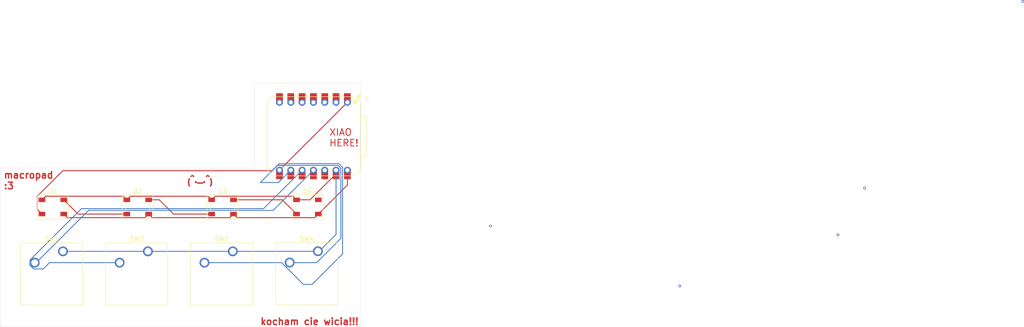
<source format=kicad_pcb>
(kicad_pcb (version 20241229) (generator "pcbnew") (generator_version "9.0")
  (layers (0 "F.Cu" signal) (2 "B.Cu" signal) (13 "F.Paste" user) (15 "B.Paste" user) (5 "F.SilkS" user "F.Silkscreen") (7 "B.SilkS" user "B.Silkscreen") (1 "F.Mask" user) (3 "B.Mask" user) (25 "Edge.Cuts" user))
  (net 0 "")
  (net 1 "+5V")
  (net 2 "GND")
  (net 3 "Net-(D1-DIN)")
  (net 4 "Net-(D2-DOUT)")
  (net 5 "Net-(D3-DOUT)")
  (net 6 "Net-(U1-GPIO3{slash}MOSI)")
  (net 7 "Net-(U1-GPIO4{slash}MISO)")
  (net 8 "Net-(U1-GPIO2{slash}SCK)")
  (net 9 "Net-(U1-GPIO1{slash}RX)")
  (net 12 "Net-(J1-Pin_3)")
  (net 14 "Net-(J1-Pin_4)")
  (net 17 "Net-(D1-DOUT)")
  (footprint "LED_SMD:LED_SK6812_PLCC4_5.0x5.0mm_P3.2mm" (layer "F.Cu") (at 90.41875 49.225)
    (property "Reference" "D4" (at 0 -3.5 0) (layer "F.SilkS"))
    (property "Value" "SK6812")
    (fp_line (start -3.5 -2.3) (end -3.5 2.75) (stroke (width 0.12)) (layer "F.SilkS"))
    (fp_line (start -3.05 -2.75) (end -3.5 -2.3) (stroke (width 0.12)) (layer "F.SilkS"))
    (fp_line (start -2.7 -0.9) (end -2.7 0.9) (stroke (width 0.12)) (layer "F.SilkS"))
    (fp_line (start 2.7 -0.9) (end 2.7 0.9) (stroke (width 0.12)) (layer "F.SilkS"))
    (fp_line (start 3.5 -2.75) (end -3.05 -2.75) (stroke (width 0.12)) (layer "F.SilkS"))
    (fp_line (start 3.5 2.75) (end -3.5 2.75) (stroke (width 0.12)) (layer "F.SilkS"))
    (fp_line (start 3.5 2.75) (end 3.5 -2.75) (stroke (width 0.12)) (layer "F.SilkS"))
    (pad "1" smd rect (at -2.45 -1.6 180) (size 1.5 1) (layers "F.Cu" "F.Mask" "F.Paste") (net 2 "GND"))
    (pad "2" smd rect (at -2.45 1.6 180) (size 1.5 1) (layers "F.Cu" "F.Mask" "F.Paste") (net 5 "Net-(D3-DOUT)"))
    (pad "3" smd rect (at 2.45 1.6 180) (size 1.5 1) (layers "F.Cu" "F.Mask" "F.Paste") (net 1 "+5V"))
    (pad "4" smd rect (at 2.45 -1.6 180) (size 1.5 1) (layers "F.Cu" "F.Mask" "F.Paste"))
  )
  (footprint "tylko2420:XIAO-RP2040-DIP" (layer "F.Cu") (at 91.766691 33.328797 -90)
    (property "Reference" "U1" (at -8.5 -12 270) (layer "F.SilkS") (effects (font (size 0.635 0.635) (thickness 0.1016))))
    (property "Value" "XIAO-RP2040-DIP")
    (fp_line (start -6.985 10.414) (end 6.985 10.414) (stroke (width 0.127)) (layer "F.SilkS"))
    (fp_line (start -8.89 8.509) (end -8.89 -8.636) (stroke (width 0.127)) (layer "F.SilkS"))
    (fp_line (start 8.89 8.509) (end 8.89 -8.636) (stroke (width 0.127)) (layer "F.SilkS"))
    (fp_line (start -4.495 -10.541) (end -4.491272 -11.451272) (stroke (width 0.127)) (layer "F.SilkS"))
    (fp_line (start 6.985 -10.541) (end -6.985 -10.541) (stroke (width 0.1)) (layer "F.SilkS"))
    (fp_line (start 6.985 -10.541) (end -6.985 -10.541) (stroke (width 0.127)) (layer "F.SilkS"))
    (fp_line (start 4.504 -11.451) (end 4.504 -10.541) (stroke (width 0.127)) (layer "F.SilkS"))
    (fp_line (start -3.991272 -11.951) (end 4.004 -11.951) (stroke (width 0.127)) (layer "F.SilkS"))
    (fp_arc (start -6.985 10.414) (mid -8.332038 9.856038) (end -8.89 8.509) (stroke (width 0.127)) (layer "F.SilkS"))
    (fp_arc (start 8.89 8.509) (mid 8.332038 9.856038) (end 6.985 10.414) (stroke (width 0.127)) (layer "F.SilkS"))
    (fp_arc (start -8.89 -8.636) (mid -8.332038 -9.983038) (end -6.985 -10.541) (stroke (width 0.127)) (layer "F.SilkS"))
    (fp_arc (start 6.985 -10.541) (mid 8.332038 -9.983038) (end 8.89 -8.636) (stroke (width 0.127)) (layer "F.SilkS"))
    (fp_arc (start -4.491272 -11.451272) (mid -4.344728 -11.80464) (end -3.991272 -11.951) (stroke (width 0.127)) (layer "F.SilkS"))
    (fp_arc (start 4.004 -11.951) (mid 4.357553 -11.804553) (end 4.504 -11.451) (stroke (width 0.127)) (layer "F.SilkS"))
    (fp_circle (center -7.807 -9.42) (end -7.807 -9.674) (stroke (width 0.5)) (fill yes) (layer "F.SilkS"))
    (fp_circle (center -8.95 -10.3) (end -8.95 -10.554) (stroke (width 0.5)) (fill yes) (layer "F.SilkS"))
    (pad "1" smd roundrect (at -8.455 -7.62 90) (size 2.432 1.524) (layers "F.Cu" "F.Mask") (roundrect_rratio 0.1) (net 3 "Net-(D1-DIN)"))
    (pad "1" thru_hole circle (at -7.62 -7.62 90) (size 1.524 1.524) (drill 0.889) (layers "*.Cu" "*.Mask") (net 3 "Net-(D1-DIN)"))
    (pad "2" smd roundrect (at -8.455 -5.08 90) (size 2.432 1.524) (layers "F.Cu" "F.Mask") (roundrect_rratio 0.1))
    (pad "2" thru_hole circle (at -7.62 -5.08 90) (size 1.524 1.524) (drill 0.889) (layers "*.Cu" "*.Mask"))
    (pad "3" smd roundrect (at -8.455 -2.54 90) (size 2.432 1.524) (layers "F.Cu" "F.Mask") (roundrect_rratio 0.1))
    (pad "3" thru_hole circle (at -7.62 -2.54 90) (size 1.524 1.524) (drill 0.889) (layers "*.Cu" "*.Mask"))
    (pad "4" smd roundrect (at -8.455 0 90) (size 2.432 1.524) (layers "F.Cu" "F.Mask") (roundrect_rratio 0.1))
    (pad "4" thru_hole circle (at -7.62 0 90) (size 1.524 1.524) (drill 0.889) (layers "*.Cu" "*.Mask"))
    (pad "5" smd roundrect (at -8.455 2.54 90) (size 2.432 1.524) (layers "F.Cu" "F.Mask") (roundrect_rratio 0.1) (net 14 "Net-(J1-Pin_4)"))
    (pad "5" thru_hole circle (at -7.62 2.54 90) (size 1.524 1.524) (drill 0.889) (layers "*.Cu" "*.Mask") (net 14 "Net-(J1-Pin_4)"))
    (pad "6" smd roundrect (at -8.455 5.08 90) (size 2.432 1.524) (layers "F.Cu" "F.Mask") (roundrect_rratio 0.1) (net 12 "Net-(J1-Pin_3)"))
    (pad "6" thru_hole circle (at -7.62 5.08 90) (size 1.524 1.524) (drill 0.889) (layers "*.Cu" "*.Mask") (net 12 "Net-(J1-Pin_3)"))
    (pad "7" smd roundrect (at -8.455 7.62 90) (size 2.432 1.524) (layers "F.Cu" "F.Mask") (roundrect_rratio 0.1))
    (pad "7" thru_hole circle (at -7.62 7.62 90) (size 1.524 1.524) (drill 0.889) (layers "*.Cu" "*.Mask"))
    (pad "8" thru_hole circle (at 7.62 7.62 270) (size 1.524 1.524) (drill 0.889) (layers "*.Cu" "*.Mask") (net 9 "Net-(U1-GPIO1{slash}RX)"))
    (pad "8" smd roundrect (at 8.455 7.62 270) (size 2.432 1.524) (layers "F.Cu" "F.Mask") (roundrect_rratio 0.1) (net 9 "Net-(U1-GPIO1{slash}RX)"))
    (pad "9" thru_hole circle (at 7.62 5.08 270) (size 1.524 1.524) (drill 0.889) (layers "*.Cu" "*.Mask") (net 8 "Net-(U1-GPIO2{slash}SCK)"))
    (pad "9" smd roundrect (at 8.455 5.08 270) (size 2.432 1.524) (layers "F.Cu" "F.Mask") (roundrect_rratio 0.1) (net 8 "Net-(U1-GPIO2{slash}SCK)"))
    (pad "10" thru_hole circle (at 7.62 2.54 270) (size 1.524 1.524) (drill 0.889) (layers "*.Cu" "*.Mask") (net 7 "Net-(U1-GPIO4{slash}MISO)"))
    (pad "10" smd roundrect (at 8.455 2.54 270) (size 2.432 1.524) (layers "F.Cu" "F.Mask") (roundrect_rratio 0.1) (net 7 "Net-(U1-GPIO4{slash}MISO)"))
    (pad "11" thru_hole circle (at 7.62 0 270) (size 1.524 1.524) (drill 0.889) (layers "*.Cu" "*.Mask") (net 6 "Net-(U1-GPIO3{slash}MOSI)"))
    (pad "11" smd roundrect (at 8.455 0 270) (size 2.432 1.524) (layers "F.Cu" "F.Mask") (roundrect_rratio 0.1) (net 6 "Net-(U1-GPIO3{slash}MOSI)"))
    (pad "12" thru_hole circle (at 7.62 -2.54 270) (size 1.524 1.524) (drill 0.889) (layers "*.Cu" "*.Mask"))
    (pad "12" smd roundrect (at 8.455 -2.54 270) (size 2.432 1.524) (layers "F.Cu" "F.Mask") (roundrect_rratio 0.1))
    (pad "13" thru_hole circle (at 7.62 -5.08 270) (size 1.524 1.524) (drill 0.889) (layers "*.Cu" "*.Mask") (net 2 "GND"))
    (pad "13" smd roundrect (at 8.455 -5.08 270) (size 2.432 1.524) (layers "F.Cu" "F.Mask") (roundrect_rratio 0.1) (net 2 "GND"))
    (pad "14" thru_hole circle (at 7.62 -7.62 270) (size 1.524 1.524) (drill 0.889) (layers "*.Cu" "*.Mask") (net 1 "+5V"))
    (pad "14" smd roundrect (at 8.455 -7.62 270) (size 2.432 1.524) (layers "F.Cu" "F.Mask") (roundrect_rratio 0.1) (net 1 "+5V"))
  )
  (footprint "LED_SMD:LED_SK6812_PLCC4_5.0x5.0mm_P3.2mm" (layer "F.Cu") (at 71.36875 49.225)
    (property "Reference" "D3" (at 0 -3.5 0) (layer "F.SilkS"))
    (property "Value" "SK6812")
    (fp_line (start -3.5 -2.3) (end -3.5 2.75) (stroke (width 0.12)) (layer "F.SilkS"))
    (fp_line (start -3.05 -2.75) (end -3.5 -2.3) (stroke (width 0.12)) (layer "F.SilkS"))
    (fp_line (start -2.7 -0.9) (end -2.7 0.9) (stroke (width 0.12)) (layer "F.SilkS"))
    (fp_line (start 2.7 -0.9) (end 2.7 0.9) (stroke (width 0.12)) (layer "F.SilkS"))
    (fp_line (start 3.5 -2.75) (end -3.05 -2.75) (stroke (width 0.12)) (layer "F.SilkS"))
    (fp_line (start 3.5 2.75) (end -3.5 2.75) (stroke (width 0.12)) (layer "F.SilkS"))
    (fp_line (start 3.5 2.75) (end 3.5 -2.75) (stroke (width 0.12)) (layer "F.SilkS"))
    (pad "1" smd rect (at -2.45 -1.6 180) (size 1.5 1) (layers "F.Cu" "F.Mask" "F.Paste") (net 2 "GND"))
    (pad "2" smd rect (at -2.45 1.6 180) (size 1.5 1) (layers "F.Cu" "F.Mask" "F.Paste") (net 4 "Net-(D2-DOUT)"))
    (pad "3" smd rect (at 2.45 1.6 180) (size 1.5 1) (layers "F.Cu" "F.Mask" "F.Paste") (net 1 "+5V"))
    (pad "4" smd rect (at 2.45 -1.6 180) (size 1.5 1) (layers "F.Cu" "F.Mask" "F.Paste") (net 5 "Net-(D3-DOUT)"))
  )
  (footprint "LED_SMD:LED_SK6812_PLCC4_5.0x5.0mm_P3.2mm" (layer "F.Cu") (at 52.31875 49.225)
    (property "Reference" "D2" (at 0 -3.5 0) (layer "F.SilkS"))
    (property "Value" "SK6812")
    (fp_line (start -3.5 -2.3) (end -3.5 2.75) (stroke (width 0.12)) (layer "F.SilkS"))
    (fp_line (start -3.05 -2.75) (end -3.5 -2.3) (stroke (width 0.12)) (layer "F.SilkS"))
    (fp_line (start -2.7 -0.9) (end -2.7 0.9) (stroke (width 0.12)) (layer "F.SilkS"))
    (fp_line (start 2.7 -0.9) (end 2.7 0.9) (stroke (width 0.12)) (layer "F.SilkS"))
    (fp_line (start 3.5 -2.75) (end -3.05 -2.75) (stroke (width 0.12)) (layer "F.SilkS"))
    (fp_line (start 3.5 2.75) (end -3.5 2.75) (stroke (width 0.12)) (layer "F.SilkS"))
    (fp_line (start 3.5 2.75) (end 3.5 -2.75) (stroke (width 0.12)) (layer "F.SilkS"))
    (pad "1" smd rect (at -2.45 -1.6 180) (size 1.5 1) (layers "F.Cu" "F.Mask" "F.Paste") (net 2 "GND"))
    (pad "2" smd rect (at -2.45 1.6 180) (size 1.5 1) (layers "F.Cu" "F.Mask" "F.Paste") (net 17 "Net-(D1-DOUT)"))
    (pad "3" smd rect (at 2.45 1.6 180) (size 1.5 1) (layers "F.Cu" "F.Mask" "F.Paste") (net 1 "+5V"))
    (pad "4" smd rect (at 2.45 -1.6 180) (size 1.5 1) (layers "F.Cu" "F.Mask" "F.Paste") (net 4 "Net-(D2-DOUT)"))
  )
  (footprint "Button_Switch_Keyboard:SW_Cherry_MX_1.00u_PCB" (layer "F.Cu") (at 54.61 59.21375)
    (property "Reference" "SW2" (at -2.54 -2.794 0) (layer "F.SilkS"))
    (property "Value" "SW_Push")
    (fp_line (start -9.525 -1.905) (end 4.445 -1.905) (stroke (width 0.12)) (layer "F.SilkS"))
    (fp_line (start -9.525 12.065) (end -9.525 -1.905) (stroke (width 0.12)) (layer "F.SilkS"))
    (fp_line (start 4.445 -1.905) (end 4.445 12.065) (stroke (width 0.12)) (layer "F.SilkS"))
    (fp_line (start 4.445 12.065) (end -9.525 12.065) (stroke (width 0.12)) (layer "F.SilkS"))
    (pad "" np_thru_hole circle (at -7.62 5.08) (size 1.7 1.7) (drill 1.7) (layers "*.Cu" "*.Mask"))
    (pad "" np_thru_hole circle (at -2.54 5.08) (size 4 4) (drill 4) (layers "*.Cu" "*.Mask"))
    (pad "" np_thru_hole circle (at 2.54 5.08) (size 1.7 1.7) (drill 1.7) (layers "*.Cu" "*.Mask"))
    (pad "1" thru_hole circle (at 0 0) (size 2.2 2.2) (drill 1.5) (layers "*.Cu" "*.Mask") (net 2 "GND"))
    (pad "2" thru_hole circle (at -6.35 2.54) (size 2.2 2.2) (drill 1.5) (layers "*.Cu" "*.Mask") (net 7 "Net-(U1-GPIO4{slash}MISO)"))
  )
  (footprint "Button_Switch_Keyboard:SW_Cherry_MX_1.00u_PCB" (layer "F.Cu") (at 35.544211 59.211776)
    (property "Reference" "SW1" (at -2.54 -2.794 0) (layer "F.SilkS"))
    (property "Value" "SW_Push")
    (fp_line (start -9.525 -1.905) (end 4.445 -1.905) (stroke (width 0.12)) (layer "F.SilkS"))
    (fp_line (start -9.525 12.065) (end -9.525 -1.905) (stroke (width 0.12)) (layer "F.SilkS"))
    (fp_line (start 4.445 -1.905) (end 4.445 12.065) (stroke (width 0.12)) (layer "F.SilkS"))
    (fp_line (start 4.445 12.065) (end -9.525 12.065) (stroke (width 0.12)) (layer "F.SilkS"))
    (pad "" np_thru_hole circle (at -7.62 5.08) (size 1.7 1.7) (drill 1.7) (layers "*.Cu" "*.Mask"))
    (pad "" np_thru_hole circle (at -2.54 5.08) (size 4 4) (drill 4) (layers "*.Cu" "*.Mask"))
    (pad "" np_thru_hole circle (at 2.54 5.08) (size 1.7 1.7) (drill 1.7) (layers "*.Cu" "*.Mask"))
    (pad "1" thru_hole circle (at 0 0) (size 2.2 2.2) (drill 1.5) (layers "*.Cu" "*.Mask") (net 2 "GND"))
    (pad "2" thru_hole circle (at -6.35 2.54) (size 2.2 2.2) (drill 1.5) (layers "*.Cu" "*.Mask") (net 6 "Net-(U1-GPIO3{slash}MOSI)"))
  )
  (footprint "Button_Switch_Keyboard:SW_Cherry_MX_1.00u_PCB" (layer "F.Cu") (at 73.66 59.21375)
    (property "Reference" "SW3" (at -2.54 -2.794 0) (layer "F.SilkS"))
    (property "Value" "SW_Push")
    (fp_line (start -9.525 -1.905) (end 4.445 -1.905) (stroke (width 0.12)) (layer "F.SilkS"))
    (fp_line (start -9.525 12.065) (end -9.525 -1.905) (stroke (width 0.12)) (layer "F.SilkS"))
    (fp_line (start 4.445 -1.905) (end 4.445 12.065) (stroke (width 0.12)) (layer "F.SilkS"))
    (fp_line (start 4.445 12.065) (end -9.525 12.065) (stroke (width 0.12)) (layer "F.SilkS"))
    (pad "" np_thru_hole circle (at -7.62 5.08) (size 1.7 1.7) (drill 1.7) (layers "*.Cu" "*.Mask"))
    (pad "" np_thru_hole circle (at -2.54 5.08) (size 4 4) (drill 4) (layers "*.Cu" "*.Mask"))
    (pad "" np_thru_hole circle (at 2.54 5.08) (size 1.7 1.7) (drill 1.7) (layers "*.Cu" "*.Mask"))
    (pad "1" thru_hole circle (at 0 0) (size 2.2 2.2) (drill 1.5) (layers "*.Cu" "*.Mask") (net 2 "GND"))
    (pad "2" thru_hole circle (at -6.35 2.54) (size 2.2 2.2) (drill 1.5) (layers "*.Cu" "*.Mask") (net 8 "Net-(U1-GPIO2{slash}SCK)"))
  )
  (footprint "Button_Switch_Keyboard:SW_Cherry_MX_1.00u_PCB" (layer "F.Cu") (at 92.781993 59.186173)
    (property "Reference" "SW4" (at -2.54 -2.794 0) (layer "F.SilkS"))
    (property "Value" "SW_Push")
    (fp_line (start -9.525 -1.905) (end 4.445 -1.905) (stroke (width 0.12)) (layer "F.SilkS"))
    (fp_line (start -9.525 12.065) (end -9.525 -1.905) (stroke (width 0.12)) (layer "F.SilkS"))
    (fp_line (start 4.445 -1.905) (end 4.445 12.065) (stroke (width 0.12)) (layer "F.SilkS"))
    (fp_line (start 4.445 12.065) (end -9.525 12.065) (stroke (width 0.12)) (layer "F.SilkS"))
    (pad "" np_thru_hole circle (at -7.62 5.08) (size 1.7 1.7) (drill 1.7) (layers "*.Cu" "*.Mask"))
    (pad "" np_thru_hole circle (at -2.54 5.08) (size 4 4) (drill 4) (layers "*.Cu" "*.Mask"))
    (pad "" np_thru_hole circle (at 2.54 5.08) (size 1.7 1.7) (drill 1.7) (layers "*.Cu" "*.Mask"))
    (pad "1" thru_hole circle (at 0 0) (size 2.2 2.2) (drill 1.5) (layers "*.Cu" "*.Mask") (net 2 "GND"))
    (pad "2" thru_hole circle (at -6.35 2.54) (size 2.2 2.2) (drill 1.5) (layers "*.Cu" "*.Mask") (net 9 "Net-(U1-GPIO1{slash}RX)"))
  )
  (footprint "LED_SMD:LED_SK6812_PLCC4_5.0x5.0mm_P3.2mm" (layer "F.Cu") (at 33.26875 49.225)
    (property "Reference" "D1" (at 0 -3.5 0) (layer "F.SilkS"))
    (property "Value" "SK6812")
    (fp_line (start -3.5 -2.3) (end -3.5 2.75) (stroke (width 0.12)) (layer "F.SilkS"))
    (fp_line (start -3.05 -2.75) (end -3.5 -2.3) (stroke (width 0.12)) (layer "F.SilkS"))
    (fp_line (start -2.7 -0.9) (end -2.7 0.9) (stroke (width 0.12)) (layer "F.SilkS"))
    (fp_line (start 2.7 -0.9) (end 2.7 0.9) (stroke (width 0.12)) (layer "F.SilkS"))
    (fp_line (start 3.5 -2.75) (end -3.05 -2.75) (stroke (width 0.12)) (layer "F.SilkS"))
    (fp_line (start 3.5 2.75) (end -3.5 2.75) (stroke (width 0.12)) (layer "F.SilkS"))
    (fp_line (start 3.5 2.75) (end 3.5 -2.75) (stroke (width 0.12)) (layer "F.SilkS"))
    (pad "1" smd rect (at -2.45 -1.6 180) (size 1.5 1) (layers "F.Cu" "F.Mask" "F.Paste") (net 2 "GND"))
    (pad "2" smd rect (at -2.45 1.6 180) (size 1.5 1) (layers "F.Cu" "F.Mask" "F.Paste") (net 3 "Net-(D1-DIN)"))
    (pad "3" smd rect (at 2.45 1.6 180) (size 1.5 1) (layers "F.Cu" "F.Mask" "F.Paste") (net 1 "+5V"))
    (pad "4" smd rect (at 2.45 -1.6 180) (size 1.5 1) (layers "F.Cu" "F.Mask" "F.Paste") (net 17 "Net-(D1-DOUT)"))
  )
  (gr_poly (pts (xy 102.39375 76.2) (xy 21.43125 76.2) (xy 21.43125 40.48125) (xy 78.58125 40.48125) (xy 78.58125 21.43125) (xy 102.39375 21.43125) (xy 102.39375 26.19375)) (stroke (width 0.05)) (fill no) (layer "Edge.Cuts"))
  (gr_text " ₍^._.^₎" (at 62.110485 43.909728 0) (layer "F.Cu") (effects (font (size 1.5 1.5) (thickness 0.3) (bold yes)) (justify left bottom)))
  (gr_text "kocham cie wicia!!!" (at 79.725953 75.868694 0) (layer "F.Cu") (effects (font (size 1.5 1.5) (thickness 0.3) (bold yes)) (justify left bottom)))
  (gr_text "XIAO\nHERE!" (at 95.25 35.71875 0) (layer "F.Cu") (effects (font (size 1.5 1.5) (thickness 0.1875)) (justify left bottom)))
  (gr_text "macropad\n:3" (at 22.126411 45.347293 0) (layer "F.Cu") (effects (font (size 1.5 1.5) (thickness 0.3) (bold yes)) (justify left bottom)))
  (via (at 174 67) (size 0.6) (drill 0.3) (layers "F.Cu" "B.Cu") (net 0))
  (via (at 131.5 53.5) (size 0.6) (drill 0.3) (layers "F.Cu" "B.Cu") (net 0))
  (via (at 215.5 45) (size 0.6) (drill 0.3) (layers "F.Cu" "B.Cu") (net 0))
  (via (at 251 3) (size 0.6) (drill 0.3) (layers "F.Cu" "B.Cu") (net 0))
  (via (at 209.5 55.5) (size 0.6) (drill 0.3) (layers "F.Cu" "B.Cu") (net 0))
  (segment (start 74.61975 51.626) (end 92.06775 51.626) (width 0.2) (layer "F.Cu") (net 1))
  (segment (start 53.96775 51.626) (end 54.76875 50.825) (width 0.2) (layer "F.Cu") (net 1))
  (segment (start 35.71875 50.825) (end 36.51975 51.626) (width 0.2) (layer "F.Cu") (net 1))
  (segment (start 92.06775 51.626) (end 92.86875 50.825) (width 0.2) (layer "F.Cu") (net 1))
  (segment (start 73.81875 50.825) (end 74.61975 51.626) (width 0.2) (layer "F.Cu") (net 1))
  (segment (start 73.81875 50.825) (end 73.01775 51.626) (width 0.2) (layer "F.Cu") (net 1))
  (segment (start 73.01775 51.626) (end 55.56975 51.626) (width 0.2) (layer "F.Cu") (net 1))
  (segment (start 99.386691 44.307059) (end 99.386691 41.783797) (width 0.2) (layer "F.Cu") (net 1))
  (segment (start 36.51975 51.626) (end 53.96775 51.626) (width 0.2) (layer "F.Cu") (net 1))
  (segment (start 92.86875 50.825) (end 99.386691 44.307059) (width 0.2) (layer "F.Cu") (net 1))
  (segment (start 55.56975 51.626) (end 54.76875 50.825) (width 0.2) (layer "F.Cu") (net 1))
  (segment (start 87.16775 46.824) (end 69.71975 46.824) (width 0.2) (layer "F.Cu") (net 2))
  (segment (start 50.66975 46.824) (end 68.11775 46.824) (width 0.2) (layer "F.Cu") (net 2))
  (segment (start 68.11775 46.824) (end 68.91875 47.625) (width 0.2) (layer "F.Cu") (net 2))
  (segment (start 31.61975 46.824) (end 49.06775 46.824) (width 0.2) (layer "F.Cu") (net 2))
  (segment (start 49.06775 46.824) (end 49.86875 47.625) (width 0.2) (layer "F.Cu") (net 2))
  (segment (start 49.86875 47.625) (end 50.66975 46.824) (width 0.2) (layer "F.Cu") (net 2))
  (segment (start 30.81875 47.625) (end 31.61975 46.824) (width 0.2) (layer "F.Cu") (net 2))
  (segment (start 91.005488 47.625) (end 96.846691 41.783797) (width 0.2) (layer "F.Cu") (net 2))
  (segment (start 69.71975 46.824) (end 68.91875 47.625) (width 0.2) (layer "F.Cu") (net 2))
  (segment (start 87.96875 47.625) (end 91.005488 47.625) (width 0.2) (layer "F.Cu") (net 2))
  (segment (start 87.96875 47.625) (end 87.16775 46.824) (width 0.2) (layer "F.Cu") (net 2))
  (segment (start 96.846691 55.394559) (end 93.0275 59.21375) (width 0.2) (layer "B.Cu") (net 2))
  (segment (start 96.846691 40.948797) (end 96.846691 55.394559) (width 0.2) (layer "B.Cu") (net 2))
  (segment (start 73.66 59.21375) (end 54.61 59.21375) (width 0.2) (layer "B.Cu") (net 2))
  (segment (start 54.61 59.21375) (end 35.8775 59.21375) (width 0.2) (layer "B.Cu") (net 2))
  (segment (start 93.0275 59.21375) (end 73.66 59.21375) (width 0.2) (layer "B.Cu") (net 2))
  (segment (start 35.5095 41.08225) (end 82.509928 41.08225) (width 0.2) (layer "F.Cu") (net 3))
  (segment (start 30.81875 50.825) (end 29.76775 49.774) (width 0.2) (layer "F.Cu") (net 3))
  (segment (start 82.509928 41.08225) (end 83.706381 39.885797) (width 0.2) (layer "F.Cu") (net 3))
  (segment (start 29.76775 49.774) (end 29.76775 46.824) (width 0.2) (layer "F.Cu") (net 3))
  (segment (start 85.209691 39.885797) (end 99.386691 25.708797) (width 0.2) (layer "F.Cu") (net 3))
  (segment (start 83.706381 39.885797) (end 85.209691 39.885797) (width 0.2) (layer "F.Cu") (net 3))
  (segment (start 29.76775 46.824) (end 35.5095 41.08225) (width 0.2) (layer "F.Cu") (net 3))
  (segment (start 60.35 50.825) (end 68.91875 50.825) (width 0.2) (layer "F.Cu") (net 4))
  (segment (start 57.15 47.625) (end 60.35 50.825) (width 0.2) (layer "F.Cu") (net 4))
  (segment (start 54.76875 47.625) (end 57.15 47.625) (width 0.2) (layer "F.Cu") (net 4))
  (segment (start 84.76875 47.625) (end 87.96875 50.825) (width 0.2) (layer "F.Cu") (net 5))
  (segment (start 73.81875 47.625) (end 84.76875 47.625) (width 0.2) (layer "F.Cu") (net 5))
  (segment (start 41.275 50.00625) (end 29.5275 61.75375) (width 0.2) (layer "B.Cu") (net 6))
  (segment (start 82.709238 50.00625) (end 41.275 50.00625) (width 0.2) (layer "B.Cu") (net 6))
  (segment (start 91.766691 40.948797) (end 82.709238 50.00625) (width 0.2) (layer "B.Cu") (net 6))
  (segment (start 89.226691 40.948797) (end 80.570238 49.60525) (width 0.2) (layer "B.Cu") (net 7))
  (segment (start 80.570238 49.60525) (end 39.694686 49.60525) (width 0.2) (layer "B.Cu") (net 7))
  (segment (start 32.516814 61.75375) (end 48.26 61.75375) (width 0.2) (layer "B.Cu") (net 7))
  (segment (start 39.694686 49.60525) (end 28.1265 61.173436) (width 0.2) (layer "B.Cu") (net 7))
  (segment (start 31.115814 63.15475) (end 32.516814 61.75375) (width 0.2) (layer "B.Cu") (net 7))
  (segment (start 28.1265 62.334064) (end 28.947186 63.15475) (width 0.2) (layer "B.Cu") (net 7))
  (segment (start 28.947186 63.15475) (end 31.115814 63.15475) (width 0.2) (layer "B.Cu") (net 7))
  (segment (start 28.1265 61.173436) (end 28.1265 62.334064) (width 0.2) (layer "B.Cu") (net 7))
  (segment (start 86.686691 40.948797) (end 83.90281 43.732678) (width 0.2) (layer "B.Cu") (net 8))
  (segment (start 89.513684 66.64475) (end 84.622684 61.75375) (width 0.2) (layer "B.Cu") (net 8))
  (segment (start 98.310691 40.342387) (end 98.310691 59.795375) (width 0.2) (layer "B.Cu") (net 8))
  (segment (start 79.8595 43.732678) (end 84.107381 39.484797) (width 0.2) (layer "B.Cu") (net 8))
  (segment (start 91.461316 66.64475) (end 89.513684 66.64475) (width 0.2) (layer "B.Cu") (net 8))
  (segment (start 84.107381 39.484797) (end 97.453101 39.484797) (width 0.2) (layer "B.Cu") (net 8))
  (segment (start 83.90281 43.732678) (end 79.8595 43.732678) (width 0.2) (layer "B.Cu") (net 8))
  (segment (start 98.310691 59.795375) (end 91.461316 66.64475) (width 0.2) (layer "B.Cu") (net 8))
  (segment (start 84.622684 61.75375) (end 67.31 61.75375) (width 0.2) (layer "B.Cu") (net 8))
  (segment (start 97.453101 39.484797) (end 98.310691 40.342387) (width 0.2) (layer "B.Cu") (net 8))
  (segment (start 97.909691 40.508487) (end 97.909691 56.312873) (width 0.2) (layer "B.Cu") (net 9))
  (segment (start 85.209691 39.885797) (end 97.287001 39.885797) (width 0.2) (layer "B.Cu") (net 9))
  (segment (start 84.146691 40.948797) (end 85.209691 39.885797) (width 0.2) (layer "B.Cu") (net 9))
  (segment (start 92.468814 61.75375) (end 86.6775 61.75375) (width 0.2) (layer "B.Cu") (net 9))
  (segment (start 97.909691 56.312873) (end 92.468814 61.75375) (width 0.2) (layer "B.Cu") (net 9))
  (segment (start 97.287001 39.885797) (end 97.909691 40.508487) (width 0.2) (layer "B.Cu") (net 9))
  (segment (start 49.86875 50.825) (end 38.91875 50.825) (width 0.2) (layer "F.Cu") (net 17))
  (segment (start 38.91875 50.825) (end 35.71875 47.625) (width 0.2) (layer "F.Cu") (net 17))
)
</source>
